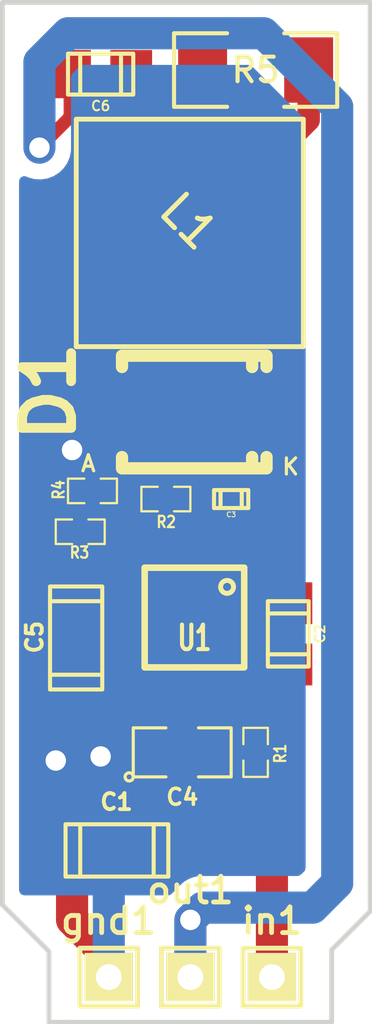
<source format=kicad_pcb>
(kicad_pcb (version 20221018) (generator pcbnew)
  (layers (0 "F.Cu" signal) (31 "B.Cu" signal) (34 "B.Paste" user) (35 "F.Paste" user) (36 "B.SilkS" user "B.Silkscreen") (37 "F.SilkS" user "F.Silkscreen") (38 "B.Mask" user) (39 "F.Mask" user) (44 "Edge.Cuts" user))
  (net 0 "")
  (net 1 "Net-(C1-Pad1)")
  (net 2 "GND")
  (net 3 "Net-(C3-Pad1)")
  (net 4 "Net-(C3-Pad2)")
  (net 5 "Net-(C4-Pad2)")
  (net 6 "Net-(C5-Pad1)")
  (net 7 "Net-(C5-Pad2)")
  (net 8 "Net-(C6-Pad2)")
  (net 9 "Net-(R1-Pad2)")
  (net 10 "Net-(R2-Pad1)")
  (footprint "Capacitors_SMD:c_1206" (layer "F.Cu") (at 153.416 135.509)
    (fp_text reference "C1" (at -0.016 -1.509) (layer "F.SilkS") (effects (font (size 0.50038 0.50038) (thickness 0.11938))))
    (fp_text value "Cin" hide)
    (fp_line (start -1.6002 -0.8128) (end -1.6002 0.8128) (stroke (width 0.127)) (layer "F.SilkS"))
    (fp_line (start -1.6002 0.8128) (end 1.6002 0.8128) (stroke (width 0.127)) (layer "F.SilkS"))
    (fp_line (start -1.143 -0.8128) (end -1.143 0.8128) (stroke (width 0.127)) (layer "F.SilkS"))
    (fp_line (start 1.143 0.8128) (end 1.143 -0.8128) (stroke (width 0.127)) (layer "F.SilkS"))
    (fp_line (start 1.6002 -0.8128) (end -1.6002 -0.8128) (stroke (width 0.127)) (layer "F.SilkS"))
    (fp_line (start 1.6002 0.8128) (end 1.6002 -0.8128) (stroke (width 0.127)) (layer "F.SilkS"))
    (pad "1" smd rect (at 1.397 0) (size 1.6002 1.8034) (layers "F.Cu" "F.Paste" "F.Mask") (net 1 "Net-(C1-Pad1)"))
    (pad "2" smd rect (at -1.397 0) (size 1.6002 1.8034) (layers "F.Cu" "F.Paste" "F.Mask") (net 2 "GND"))
  )
  (footprint "Capacitors_SMD:c_0805" (layer "F.Cu") (at 158.75 128.778 -90)
    (fp_text reference "C2" (at 0 -0.9906 270) (layer "F.SilkS") (effects (font (size 0.29972 0.29972) (thickness 0.06096))))
    (fp_text value "Cinx" hide)
    (fp_line (start -1.016 -0.635) (end 1.016 -0.635) (stroke (width 0.127)) (layer "F.SilkS"))
    (fp_line (start -1.016 0.635) (end -1.016 -0.635) (stroke (width 0.127)) (layer "F.SilkS"))
    (fp_line (start -0.635 -0.635) (end -0.635 0.6096) (stroke (width 0.127)) (layer "F.SilkS"))
    (fp_line (start 0.635 -0.635) (end 0.635 0.635) (stroke (width 0.127)) (layer "F.SilkS"))
    (fp_line (start 1.016 -0.635) (end 1.016 0.635) (stroke (width 0.127)) (layer "F.SilkS"))
    (fp_line (start 1.016 0.635) (end -1.016 0.635) (stroke (width 0.127)) (layer "F.SilkS"))
    (pad "1" smd rect (at 0.9525 0 270) (size 1.30048 1.4986) (layers "F.Cu" "F.Paste" "F.Mask") (net 1 "Net-(C1-Pad1)"))
    (pad "2" smd rect (at -0.9525 0 270) (size 1.30048 1.4986) (layers "F.Cu" "F.Paste" "F.Mask") (net 2 "GND"))
  )
  (footprint "Capacitors_SMD:c_0402" (layer "F.Cu") (at 156.972 124.587 180)
    (fp_text reference "C3" (at 0 -0.4826 180) (layer "F.SilkS") (effects (font (size 0.1524 0.1524) (thickness 0.03048))))
    (fp_text value "Cb" hide)
    (fp_line (start -0.5334 -0.2794) (end -0.5334 0.2794) (stroke (width 0.127)) (layer "F.SilkS"))
    (fp_line (start -0.5334 0.2794) (end 0.5334 0.2794) (stroke (width 0.127)) (layer "F.SilkS"))
    (fp_line (start -0.3302 -0.2794) (end -0.3302 0.2794) (stroke (width 0.127)) (layer "F.SilkS"))
    (fp_line (start 0.3302 -0.2794) (end 0.3302 0.2794) (stroke (width 0.127)) (layer "F.SilkS"))
    (fp_line (start 0.5334 -0.2794) (end -0.5334 -0.2794) (stroke (width 0.127)) (layer "F.SilkS"))
    (fp_line (start 0.5334 0.2794) (end 0.5334 -0.2794) (stroke (width 0.127)) (layer "F.SilkS"))
    (pad "1" smd rect (at 0.54864 0 180) (size 0.8001 0.6985) (layers "F.Cu" "F.Paste" "F.Mask") (net 3 "Net-(C3-Pad1)"))
    (pad "2" smd rect (at -0.54864 0 180) (size 0.8001 0.6985) (layers "F.Cu" "F.Paste" "F.Mask") (net 4 "Net-(C3-Pad2)"))
  )
  (footprint "Capacitors_SMD:c_1206" (layer "F.Cu") (at 152.146 128.905 90)
    (fp_text reference "C5" (at 0.0254 -1.2954 90) (layer "F.SilkS") (effects (font (size 0.50038 0.50038) (thickness 0.11938))))
    (fp_text value "Cff" hide)
    (fp_line (start -1.6002 -0.8128) (end -1.6002 0.8128) (stroke (width 0.127)) (layer "F.SilkS"))
    (fp_line (start -1.6002 0.8128) (end 1.6002 0.8128) (stroke (width 0.127)) (layer "F.SilkS"))
    (fp_line (start -1.143 -0.8128) (end -1.143 0.8128) (stroke (width 0.127)) (layer "F.SilkS"))
    (fp_line (start 1.143 0.8128) (end 1.143 -0.8128) (stroke (width 0.127)) (layer "F.SilkS"))
    (fp_line (start 1.6002 -0.8128) (end -1.6002 -0.8128) (stroke (width 0.127)) (layer "F.SilkS"))
    (fp_line (start 1.6002 0.8128) (end 1.6002 -0.8128) (stroke (width 0.127)) (layer "F.SilkS"))
    (pad "1" smd rect (at 1.397 0 90) (size 1.6002 1.8034) (layers "F.Cu" "F.Paste" "F.Mask") (net 6 "Net-(C5-Pad1)"))
    (pad "2" smd rect (at -1.397 0 90) (size 1.6002 1.8034) (layers "F.Cu" "F.Paste" "F.Mask") (net 7 "Net-(C5-Pad2)"))
  )
  (footprint "Capacitors_SMD:c_0805" (layer "F.Cu") (at 152.908 111.379 180)
    (fp_text reference "C6" (at 0 -0.9906 180) (layer "F.SilkS") (effects (font (size 0.29972 0.29972) (thickness 0.06096))))
    (fp_text value "Cout" hide)
    (fp_line (start -1.016 -0.635) (end 1.016 -0.635) (stroke (width 0.127)) (layer "F.SilkS"))
    (fp_line (start -1.016 0.635) (end -1.016 -0.635) (stroke (width 0.127)) (layer "F.SilkS"))
    (fp_line (start -0.635 -0.635) (end -0.635 0.6096) (stroke (width 0.127)) (layer "F.SilkS"))
    (fp_line (start 0.635 -0.635) (end 0.635 0.635) (stroke (width 0.127)) (layer "F.SilkS"))
    (fp_line (start 1.016 -0.635) (end 1.016 0.635) (stroke (width 0.127)) (layer "F.SilkS"))
    (fp_line (start 1.016 0.635) (end -1.016 0.635) (stroke (width 0.127)) (layer "F.SilkS"))
    (pad "1" smd rect (at 0.9525 0 180) (size 1.30048 1.4986) (layers "F.Cu" "F.Paste" "F.Mask") (net 6 "Net-(C5-Pad1)"))
    (pad "2" smd rect (at -0.9525 0 180) (size 1.30048 1.4986) (layers "F.Cu" "F.Paste" "F.Mask") (net 8 "Net-(C6-Pad2)"))
  )
  (footprint "Diodes_SMD:Diode-SMA_Standard" (layer "F.Cu") (at 155.82392 121.8819)
    (fp_text reference "D1" (at -4.52392 -0.6319 270) (layer "F.SilkS") (effects (font (size 1.524 1.524) (thickness 0.3048))))
    (fp_text value "DIODESCH" hide)
    (fp_text user "K" (at 2.99974 1.69926) (layer "F.SilkS") (effects (font (size 0.50038 0.50038) (thickness 0.09906))))
    (fp_text user "A" (at -3.29946 1.6002) (layer "F.SilkS") (effects (font (size 0.50038 0.50038) (thickness 0.09906))))
    (fp_line (start -2.25044 -1.75006) (end -2.25044 -1.39954) (stroke (width 0.381)) (layer "F.SilkS"))
    (fp_line (start -2.25044 -1.75006) (end 2.25044 -1.75006) (stroke (width 0.381)) (layer "F.SilkS"))
    (fp_line (start -2.25044 1.75006) (end -2.25044 1.39954) (stroke (width 0.381)) (layer "F.SilkS"))
    (fp_line (start -2.25044 1.75006) (end 2.25044 1.75006) (stroke (width 0.381)) (layer "F.SilkS"))
    (fp_line (start 1.80086 -1.75006) (end 1.80086 -1.39954) (stroke (width 0.381)) (layer "F.SilkS"))
    (fp_line (start 1.80086 1.75006) (end 1.80086 1.39954) (stroke (width 0.381)) (layer "F.SilkS"))
    (fp_line (start 2.25044 -1.75006) (end 2.25044 -1.39954) (stroke (width 0.381)) (layer "F.SilkS"))
    (fp_line (start 2.25044 1.75006) (end 2.25044 1.39954) (stroke (width 0.381)) (layer "F.SilkS"))
    (pad "1" smd rect (at -1.99898 0) (size 2.49936 1.80086) (layers "F.Cu" "F.Paste" "F.Mask") (net 2 "GND"))
    (pad "2" smd rect (at 1.99898 0) (size 2.49936 1.80086) (layers "F.Cu" "F.Paste" "F.Mask") (net 4 "Net-(C3-Pad2)"))
  )
  (footprint "SMD_Packages:SM0402" (layer "F.Cu") (at 154.94 124.587 180)
    (fp_text reference "R2" (at -0.01 -0.713 180) (layer "F.SilkS") (effects (font (size 0.35052 0.3048) (thickness 0.07112))))
    (fp_text value "Rilim" hide)
    (fp_line (start -0.762 -0.381) (end -0.762 0.381) (stroke (width 0.07112)) (layer "F.SilkS"))
    (fp_line (start -0.762 0.381) (end -0.254 0.381) (stroke (width 0.07112)) (layer "F.SilkS"))
    (fp_line (start -0.254 -0.381) (end -0.762 -0.381) (stroke (width 0.07112)) (layer "F.SilkS"))
    (fp_line (start 0.254 -0.381) (end 0.762 -0.381) (stroke (width 0.07112)) (layer "F.SilkS"))
    (fp_line (start 0.762 -0.381) (end 0.762 0.381) (stroke (width 0.07112)) (layer "F.SilkS"))
    (fp_line (start 0.762 0.381) (end 0.254 0.381) (stroke (width 0.07112)) (layer "F.SilkS"))
    (pad "1" smd rect (at -0.44958 0 180) (size 0.39878 0.59944) (layers "F.Cu" "F.Paste" "F.Mask") (net 10 "Net-(R2-Pad1)"))
    (pad "2" smd rect (at 0.44958 0 180) (size 0.39878 0.59944) (layers "F.Cu" "F.Paste" "F.Mask") (net 2 "GND"))
  )
  (footprint "SMD_Packages:SM0402" (layer "F.Cu") (at 152.273 125.603)
    (fp_text reference "R3" (at -0.023 0.647) (layer "F.SilkS") (effects (font (size 0.35052 0.3048) (thickness 0.07112))))
    (fp_text value "Rfbt" hide)
    (fp_line (start -0.762 -0.381) (end -0.762 0.381) (stroke (width 0.07112)) (layer "F.SilkS"))
    (fp_line (start -0.762 0.381) (end -0.254 0.381) (stroke (width 0.07112)) (layer "F.SilkS"))
    (fp_line (start -0.254 -0.381) (end -0.762 -0.381) (stroke (width 0.07112)) (layer "F.SilkS"))
    (fp_line (start 0.254 -0.381) (end 0.762 -0.381) (stroke (width 0.07112)) (layer "F.SilkS"))
    (fp_line (start 0.762 -0.381) (end 0.762 0.381) (stroke (width 0.07112)) (layer "F.SilkS"))
    (fp_line (start 0.762 0.381) (end 0.254 0.381) (stroke (width 0.07112)) (layer "F.SilkS"))
    (pad "1" smd rect (at -0.44958 0) (size 0.39878 0.59944) (layers "F.Cu" "F.Paste" "F.Mask") (net 6 "Net-(C5-Pad1)"))
    (pad "2" smd rect (at 0.44958 0) (size 0.39878 0.59944) (layers "F.Cu" "F.Paste" "F.Mask") (net 7 "Net-(C5-Pad2)"))
  )
  (footprint "SMD_Packages:SM0402" (layer "F.Cu") (at 152.654 124.333)
    (fp_text reference "R4" (at -1.054 -0.033 90) (layer "F.SilkS") (effects (font (size 0.35052 0.3048) (thickness 0.07112))))
    (fp_text value "Rfbb" hide)
    (fp_line (start -0.762 -0.381) (end -0.762 0.381) (stroke (width 0.07112)) (layer "F.SilkS"))
    (fp_line (start -0.762 0.381) (end -0.254 0.381) (stroke (width 0.07112)) (layer "F.SilkS"))
    (fp_line (start -0.254 -0.381) (end -0.762 -0.381) (stroke (width 0.07112)) (layer "F.SilkS"))
    (fp_line (start 0.254 -0.381) (end 0.762 -0.381) (stroke (width 0.07112)) (layer "F.SilkS"))
    (fp_line (start 0.762 -0.381) (end 0.762 0.381) (stroke (width 0.07112)) (layer "F.SilkS"))
    (fp_line (start 0.762 0.381) (end 0.254 0.381) (stroke (width 0.07112)) (layer "F.SilkS"))
    (pad "1" smd rect (at -0.44958 0) (size 0.39878 0.59944) (layers "F.Cu" "F.Paste" "F.Mask") (net 7 "Net-(C5-Pad2)"))
    (pad "2" smd rect (at 0.44958 0) (size 0.39878 0.59944) (layers "F.Cu" "F.Paste" "F.Mask") (net 2 "GND"))
  )
  (footprint "SMD_Packages:SM1206" (layer "F.Cu") (at 157.734 111.252)
    (fp_text reference "R5" (at 0 0) (layer "F.SilkS") (effects (font (size 0.762 0.762) (thickness 0.127))))
    (fp_text value "Rseries" hide)
    (fp_line (start -2.54 -1.143) (end -2.54 1.143) (stroke (width 0.127)) (layer "F.SilkS"))
    (fp_line (start -2.54 1.143) (end -0.889 1.143) (stroke (width 0.127)) (layer "F.SilkS"))
    (fp_line (start -0.889 -1.143) (end -2.54 -1.143) (stroke (width 0.127)) (layer "F.SilkS"))
    (fp_line (start 0.889 -1.143) (end 2.54 -1.143) (stroke (width 0.127)) (layer "F.SilkS"))
    (fp_line (start 2.54 -1.143) (end 2.54 1.143) (stroke (width 0.127)) (layer "F.SilkS"))
    (fp_line (start 2.54 1.143) (end 0.889 1.143) (stroke (width 0.127)) (layer "F.SilkS"))
    (pad "1" smd rect (at -1.651 0) (size 1.524 2.032) (layers "F.Cu" "F.Paste" "F.Mask") (net 8 "Net-(C6-Pad2)"))
    (pad "2" smd rect (at 1.651 0) (size 1.524 2.032) (layers "F.Cu" "F.Paste" "F.Mask") (net 2 "GND"))
  )
  (footprint "SMD_Packages:SSOP8-9" (layer "F.Cu") (at 155.829 128.27 180)
    (fp_text reference "U1" (at 0 -0.635 180) (layer "F.SilkS") (effects (font (size 0.762 0.508) (thickness 0.1524))))
    (fp_text value "L5009" hide)
    (fp_line (start -1.5494 -1.5494) (end -1.5494 1.5494) (stroke (width 0.2032)) (layer "F.SilkS"))
    (fp_line (start -1.5494 1.5494) (end 1.5494 1.5494) (stroke (width 0.2032)) (layer "F.SilkS"))
    (fp_line (start 0 -1.5494) (end -1.5494 -1.5494) (stroke (width 0.2032)) (layer "F.SilkS"))
    (fp_line (start 1.5494 -1.5494) (end 0 -1.5494) (stroke (width 0.2032)) (layer "F.SilkS"))
    (fp_line (start 1.5494 1.5494) (end 1.5494 -1.5494) (stroke (width 0.2032)) (layer "F.SilkS"))
    (fp_circle (center -1.016 0.9525) (end -1.0795 1.143) (stroke (width 0.1524)) (fill none) (layer "F.SilkS"))
    (pad "1" smd rect (at -0.98044 1.99898 180) (size 0.4191 1.1684) (layers "F.Cu" "F.Paste" "F.Mask") (net 4 "Net-(C3-Pad2)"))
    (pad "2" smd rect (at -0.3302 1.99898 180) (size 0.4191 1.1684) (layers "F.Cu" "F.Paste" "F.Mask") (net 3 "Net-(C3-Pad1)"))
    (pad "3" smd rect (at 0.3302 1.99898 180) (size 0.4191 1.1684) (layers "F.Cu" "F.Paste" "F.Mask") (net 10 "Net-(R2-Pad1)"))
    (pad "4" smd rect (at 0.98044 1.99898 180) (size 0.4191 1.1684) (layers "F.Cu" "F.Paste" "F.Mask") (net 2 "GND"))
    (pad "5" smd rect (at 0.98044 -1.99898 180) (size 0.4191 1.1684) (layers "F.Cu" "F.Paste" "F.Mask") (net 7 "Net-(C5-Pad2)"))
    (pad "6" smd rect (at 0.3302 -1.99898 180) (size 0.4191 1.1684) (layers "F.Cu" "F.Paste" "F.Mask") (net 9 "Net-(R1-Pad2)"))
    (pad "7" smd rect (at -0.3302 -1.99898 180) (size 0.4191 1.1684) (layers "F.Cu" "F.Paste" "F.Mask") (net 5 "Net-(C4-Pad2)"))
    (pad "8" smd rect (at -0.98044 -1.99898 180) (size 0.4191 1.1684) (layers "F.Cu" "F.Paste" "F.Mask") (net 1 "Net-(C1-Pad1)"))
    (pad "9" smd rect (at 0 0 180) (size 2.794 2.0828) (layers "F.Cu" "F.Paste" "F.Mask") (net 2 "GND"))
  )
  (footprint "SMD_Packages:SM0805" (layer "F.Cu") (at 155.448 132.461)
    (fp_text reference "C4" (at 0.002 1.389) (layer "F.SilkS") (effects (font (size 0.50038 0.50038) (thickness 0.10922))))
    (fp_text value "Cbyb" hide)
    (fp_line (start -1.524 -0.762) (end -0.508 -0.762) (stroke (width 0.09906)) (layer "F.SilkS"))
    (fp_line (start -1.524 0.762) (end -1.524 -0.762) (stroke (width 0.09906)) (layer "F.SilkS"))
    (fp_line (start -0.508 0.762) (end -1.524 0.762) (stroke (width 0.09906)) (layer "F.SilkS"))
    (fp_line (start 0.508 -0.762) (end 1.524 -0.762) (stroke (width 0.09906)) (layer "F.SilkS"))
    (fp_line (start 1.524 -0.762) (end 1.524 0.762) (stroke (width 0.09906)) (layer "F.SilkS"))
    (fp_line (start 1.524 0.762) (end 0.508 0.762) (stroke (width 0.09906)) (layer "F.SilkS"))
    (fp_circle (center -1.651 0.762) (end -1.651 0.635) (stroke (width 0.09906)) (fill none) (layer "F.SilkS"))
    (pad "1" smd rect (at -0.9525 0) (size 0.889 1.397) (layers "F.Cu" "F.Paste" "F.Mask") (net 2 "GND"))
    (pad "2" smd rect (at 0.9525 0) (size 0.889 1.397) (layers "F.Cu" "F.Paste" "F.Mask") (net 5 "Net-(C4-Pad2)"))
  )
  (footprint "SMD_Packages:SM0402" (layer "F.Cu") (at 157.734 132.461 -90)
    (fp_text reference "R1" (at 0.039 -0.766 270) (layer "F.SilkS") (effects (font (size 0.35052 0.3048) (thickness 0.07112))))
    (fp_text value "Ron" hide)
    (fp_line (start -0.762 -0.381) (end -0.762 0.381) (stroke (width 0.07112)) (layer "F.SilkS"))
    (fp_line (start -0.762 0.381) (end -0.254 0.381) (stroke (width 0.07112)) (layer "F.SilkS"))
    (fp_line (start -0.254 -0.381) (end -0.762 -0.381) (stroke (width 0.07112)) (layer "F.SilkS"))
    (fp_line (start 0.254 -0.381) (end 0.762 -0.381) (stroke (width 0.07112)) (layer "F.SilkS"))
    (fp_line (start 0.762 -0.381) (end 0.762 0.381) (stroke (width 0.07112)) (layer "F.SilkS"))
    (fp_line (start 0.762 0.381) (end 0.254 0.381) (stroke (width 0.07112)) (layer "F.SilkS"))
    (pad "1" smd rect (at -0.44958 0 270) (size 0.39878 0.59944) (layers "F.Cu" "F.Paste" "F.Mask") (net 1 "Net-(C1-Pad1)"))
    (pad "2" smd rect (at 0.44958 0 270) (size 0.39878 0.59944) (layers "F.Cu" "F.Paste" "F.Mask") (net 9 "Net-(R1-Pad2)"))
  )
  (footprint "Connect:SIL-1" (layer "F.Cu") (at 153.162 139.446 90)
    (fp_text reference "gnd1" (at 1.746 -0.012 180) (layer "F.SilkS") (effects (font (size 0.8 0.8))))
    (fp_text value "CONN_1" hide)
    (fp_line (start -0.9 -0.9) (end 0.9 -0.9) (stroke (width 0.15)) (layer "F.SilkS"))
    (fp_line (start -0.9 0.9) (end -0.9 -0.9) (stroke (width 0.15)) (layer "F.SilkS"))
    (fp_line (start 0.9 -0.9) (end 0.9 0.9) (stroke (width 0.15)) (layer "F.SilkS"))
    (fp_line (start 0.9 0.9) (end -0.9 0.9) (stroke (width 0.15)) (layer "F.SilkS"))
    (pad "1" thru_hole rect (at 0 0 90) (size 1.5 1.5) (drill 0.8) (layers "*.Cu" "*.Mask" "F.SilkS") (net 2 "GND"))
  )
  (footprint "Connect:SIL-1" (layer "F.Cu") (at 158.242 139.446 90)
    (fp_text reference "in1" (at 1.746 0.008 180) (layer "F.SilkS") (effects (font (size 0.8 0.8))))
    (fp_text value "CONN_1" hide)
    (fp_line (start -0.9 -0.9) (end 0.9 -0.9) (stroke (width 0.15)) (layer "F.SilkS"))
    (fp_line (start -0.9 0.9) (end -0.9 -0.9) (stroke (width 0.15)) (layer "F.SilkS"))
    (fp_line (start 0.9 -0.9) (end 0.9 0.9) (stroke (width 0.15)) (layer "F.SilkS"))
    (fp_line (start 0.9 0.9) (end -0.9 0.9) (stroke (width 0.15)) (layer "F.SilkS"))
    (pad "1" thru_hole rect (at 0 0 90) (size 1.5 1.5) (drill 0.8) (layers "*.Cu" "*.Mask" "F.SilkS") (net 1 "Net-(C1-Pad1)"))
  )
  (footprint "Connect:SIL-1" (layer "F.Cu") (at 155.702 139.446 90)
    (fp_text reference "out1" (at 2.696 -0.002 180) (layer "F.SilkS") (effects (font (size 0.8 0.8))))
    (fp_text value "CONN_1" hide)
    (fp_line (start -0.9 -0.9) (end 0.9 -0.9) (stroke (width 0.15)) (layer "F.SilkS"))
    (fp_line (start -0.9 0.9) (end -0.9 -0.9) (stroke (width 0.15)) (layer "F.SilkS"))
    (fp_line (start 0.9 -0.9) (end 0.9 0.9) (stroke (width 0.15)) (layer "F.SilkS"))
    (fp_line (start 0.9 0.9) (end -0.9 0.9) (stroke (width 0.15)) (layer "F.SilkS"))
    (pad "1" thru_hole rect (at 0 0 90) (size 1.5 1.5) (drill 0.8) (layers "*.Cu" "*.Mask" "F.SilkS") (net 6 "Net-(C5-Pad1)"))
  )
  (footprint "toni:SRR7032_Series" (layer "F.Cu") (at 157.099 117.729 135)
    (fp_text reference "L1" (at 2.282541 0.233345 135) (layer "F.SilkS"))
    (fp_text value "INDUCTOR_SMALL" hide)
    (fp_line (start -3 0) (end 2 5) (stroke (width 0.15)) (layer "F.SilkS"))
    (fp_line (start 2 -5) (end -3 0) (stroke (width 0.15)) (layer "F.SilkS"))
    (fp_line (start 2 5) (end 7 0) (stroke (width 0.15)) (layer "F.SilkS"))
    (fp_line (start 7 0) (end 2 -5) (stroke (width 0.15)) (layer "F.SilkS"))
    (pad "1" smd rect (at -0.9 0 135) (size 1.8 2.4) (layers "F.Cu" "F.Paste" "F.Mask") (net 4 "Net-(C3-Pad2)"))
    (pad "2" smd rect (at 5.1 0 135) (size 1.8 2.4) (layers "F.Cu" "F.Paste" "F.Mask") (net 6 "Net-(C5-Pad1)"))
  )
  (gr_line (start 149.85 109.15) (end 161.3 109.15) (stroke (width 0.15)) (layer "Edge.Cuts"))
  (gr_line (start 149.85 137.2) (end 149.85 109.15) (stroke (width 0.15)) (layer "Edge.Cuts"))
  (gr_line (start 161.3 137.4) (end 160.1 138.6) (stroke (width 0.15)) (layer "Edge.Cuts"))
  (gr_line (start 161.3 109.15) (end 161.3 137.4) (stroke (width 0.15)) (layer "Edge.Cuts"))
  (gr_line (start 160.1 138.6) (end 160.1 140.85) (stroke (width 0.15)) (layer "Edge.Cuts"))
  (gr_line (start 151.85 140.85) (end 151.3 140.85) (stroke (width 0.15)) (layer "Edge.Cuts"))
  (gr_line (start 160.1 140.85) (end 151.85 140.85) (stroke (width 0.15)) (layer "Edge.Cuts"))
  (gr_line (start 151.3 140.85) (end 151.3 138.65) (stroke (width 0.15)) (layer "Edge.Cuts"))
  (gr_line (start 151.3 138.65) (end 149.85 137.2) (stroke (width 0.15)) (layer "Edge.Cuts"))
  (segment (start 156.78658 130.29184) (end 156.80944 130.26898) (width 0.254) (layer "F.Cu") (net 1))
  (segment (start 157.734 131.19354) (end 156.80944 130.26898) (width 0.35) (layer "F.Cu") (net 1))
  (segment (start 157.988 135.255) (end 158.623 134.62) (width 1) (layer "F.Cu") (net 1))
  (segment (start 158.21152 130.26898) (end 158.75 129.7305) (width 0.254) (layer "F.Cu") (net 1))
  (segment (start 157.734 135.509) (end 157.988 135.255) (width 0.254) (layer "F.Cu") (net 1))
  (segment (start 158.242 136.017) (end 157.734 135.509) (width 1) (layer "F.Cu") (net 1))
  (segment (start 158.55442 132.01142) (end 159.004 132.461) (width 0.45) (layer "F.Cu") (net 1))
  (segment (start 159.004 132.461) (end 159.004 134.239) (width 0.45) (layer "F.Cu") (net 1))
  (segment (start 159.004 134.239) (end 158.623 134.62) (width 0.45) (layer "F.Cu") (net 1))
  (segment (start 158.242 139.446) (end 158.242 136.017) (width 1) (layer "F.Cu") (net 1))
  (segment (start 154.813 135.509) (end 157.734 135.509) (width 1) (layer "F.Cu") (net 1))
  (segment (start 157.734 132.01142) (end 157.734 131.19354) (width 0.35) (layer "F.Cu") (net 1))
  (segment (start 157.734 132.01142) (end 158.55442 132.01142) (width 0.4) (layer "F.Cu") (net 1))
  (segment (start 156.80944 130.26898) (end 158.21152 130.26898) (width 0.35) (layer "F.Cu") (net 1))
  (segment (start 154.84856 125.76556) (end 154.49042 125.40742) (width 0.35) (layer "F.Cu") (net 2))
  (segment (start 154.49042 125.40742) (end 154.49042 124.587) (width 0.35) (layer "F.Cu") (net 2))
  (segment (start 154.49042 122.3264) (end 153.83002 121.666) (width 0.254) (layer "F.Cu") (net 2))
  (segment (start 156.2735 127.8255) (end 155.829 128.27) (width 0.254) (layer "F.Cu") (net 2))
  (segment (start 154.84856 127.28956) (end 155.829 128.27) (width 0.254) (layer "F.Cu") (net 2))
  (segment (start 153.035 132.461) (end 152.908 132.588) (width 0.254) (layer "F.Cu") (net 2))
  (segment (start 151.638 132.588) (end 151.511 132.715) (width 0.254) (layer "F.Cu") (net 2))
  (segment (start 154.23642 124.333) (end 154.49042 124.587) (width 0.35) (layer "F.Cu") (net 2))
  (segment (start 152.019 133.223) (end 151.511 132.715) (width 0.254) (layer "F.Cu") (net 2))
  (segment (start 152.273 133.223) (end 152.908 132.588) (width 1) (layer "F.Cu") (net 2))
  (segment (start 153.162 138.811) (end 152.019 137.668) (width 1) (layer "F.Cu") (net 2))
  (segment (start 152.019 137.668) (end 152.019 135.509) (width 1) (layer "F.Cu") (net 2))
  (segment (start 152.64384 123.063) (end 153.82494 121.8819) (width 0.45) (layer "F.Cu") (net 2))
  (segment (start 154.49042 122.54738) (end 153.82494 121.8819) (width 0.45) (layer "F.Cu") (net 2))
  (segment (start 153.82494 118.36908) (end 159.385 112.80902) (width 0.7) (layer "F.Cu") (net 2))
  (segment (start 159.385 112.80902) (end 159.385 111.252) (width 0.7) (layer "F.Cu") (net 2))
  (segment (start 153.10358 124.333) (end 154.23642 124.333) (width 0.35) (layer "F.Cu") (net 2))
  (segment (start 158.75 127.8255) (end 156.2735 127.8255) (width 1) (layer "F.Cu") (net 2))
  (segment (start 159.385 111.252) (end 159.385 111.633) (width 0.254) (layer "F.Cu") (net 2))
  (segment (start 152.019 135.509) (end 152.019 133.223) (width 1) (layer "F.Cu") (net 2))
  (segment (start 152.019 123.063) (end 152.64384 123.063) (width 0.45) (layer "F.Cu") (net 2))
  (segment (start 152.908 132.588) (end 151.638 132.588) (width 1) (layer "F.Cu") (net 2))
  (segment (start 153.83002 121.666) (end 153.416 121.666) (width 0.254) (layer "F.Cu") (net 2))
  (segment (start 153.82494 121.8819) (end 153.82494 118.36908) (width 0.7) (layer "F.Cu") (net 2))
  (segment (start 153.035 132.461) (end 154.4955 132.461) (width 0.4) (layer "F.Cu") (net 2))
  (segment (start 154.84856 126.27102) (end 154.84856 125.76556) (width 0.254) (layer "F.Cu") (net 2))
  (segment (start 153.162 139.446) (end 153.162 138.811) (width 1) (layer "F.Cu") (net 2))
  (segment (start 154.559 132.26542) (end 154.559 131.826) (width 0.254) (layer "F.Cu") (net 2))
  (segment (start 152.019 133.223) (end 152.273 133.223) (width 0.254) (layer "F.Cu") (net 2))
  (segment (start 154.84856 126.27102) (end 154.84856 127.28956) (width 0.35) (layer "F.Cu") (net 2))
  (segment (start 154.49042 124.587) (end 154.49042 122.54738) (width 0.45) (layer "F.Cu") (net 2))
  (via (at 152.908 132.588) (size 0.889) (drill 0.635) (layers "F.Cu" "B.Cu") (net 2))
  (via (at 151.511 132.715) (size 0.889) (drill 0.635) (layers "F.Cu" "B.Cu") (net 2))
  (via (at 152.019 123.063) (size 0.889) (drill 0.635) (layers "F.Cu" "B.Cu") (net 2))
  (segment (start 153.162 132.842) (end 152.908 132.588) (width 1) (layer "B.Cu") (net 2))
  (segment (start 153.162 139.446) (end 153.162 132.842) (width 1) (layer "B.Cu") (net 2))
  (segment (start 156.1592 124.85116) (end 156.42336 124.587) (width 0.254) (layer "F.Cu") (net 3))
  (segment (start 156.1592 126.27102) (end 156.1592 124.85116) (width 0.35) (layer "F.Cu") (net 3))
  (segment (start 156.80944 126.01956) (end 157.52064 125.30836) (width 0.35) (layer "F.Cu") (net 4))
  (segment (start 157.52064 125.30836) (end 157.52064 124.587) (width 0.35) (layer "F.Cu") (net 4))
  (segment (start 157.52064 121.97334) (end 157.82798 121.666) (width 0.254) (layer "F.Cu") (net 4))
  (segment (start 157.735396 121.573416) (end 157.82798 121.666) (width 0.45) (layer "F.Cu") (net 4))
  (segment (start 157.52064 122.18416) (end 157.8229 121.8819) (width 0.45) (layer "F.Cu") (net 4))
  (segment (start 157.735396 121.794396) (end 157.8229 121.8819) (width 0.45) (layer "F.Cu") (net 4))
  (segment (start 157.735396 118.365396) (end 157.735396 121.794396) (width 0.7) (layer "F.Cu") (net 4))
  (segment (start 156.80944 126.27102) (end 156.80944 126.01956) (width 0.254) (layer "F.Cu") (net 4))
  (segment (start 157.52064 124.587) (end 157.52064 122.18416) (width 0.45) (layer "F.Cu") (net 4))
  (segment (start 156.4005 131.7625) (end 156.1592 131.5212) (width 0.35) (layer "F.Cu") (net 5))
  (segment (start 156.1592 131.5212) (end 156.1592 130.26898) (width 0.35) (layer "F.Cu") (net 5))
  (segment (start 156.4005 132.461) (end 156.4005 131.7625) (width 0.35) (layer "F.Cu") (net 5))
  (segment (start 152.146 127.254) (end 151.82342 126.93142) (width 0.254) (layer "F.Cu") (net 6))
  (segment (start 151.82342 126.93142) (end 151.82342 125.603) (width 0.35) (layer "F.Cu") (net 6))
  (segment (start 151.003 113.665) (end 151.9555 112.7125) (width 0.4) (layer "F.Cu") (net 6))
  (segment (start 151.9555 112.7125) (end 151.9555 111.379) (width 0.4) (layer "F.Cu") (net 6))
  (segment (start 151.511 125.603) (end 150.876 124.968) (width 0.4) (layer "F.Cu") (net 6))
  (segment (start 150.876 124.968) (end 150.876 117.475) (width 0.4) (layer "F.Cu") (net 6))
  (segment (start 150.876 116.73951) (end 153.492755 114.122755) (width 0.45) (layer "F.Cu") (net 6))
  (segment (start 152.0825 112.7125) (end 153.492755 114.122755) (width 0.45) (layer "F.Cu") (net 6))
  (segment (start 151.82342 125.603) (end 151.511 125.603) (width 0.4) (layer "F.Cu") (net 6))
  (segment (start 151.9555 111.379) (end 151.9555 111.9505) (width 0.254) (layer "F.Cu") (net 6))
  (segment (start 152.146 127.508) (end 152.146 126.873) (width 0.254) (layer "F.Cu") (net 6))
  (segment (start 155.702 139.446) (end 155.702 137.668) (width 1) (layer "F.Cu") (net 6))
  (segment (start 152.146 127.508) (end 152.146 127.254) (width 0.254) (layer "F.Cu") (net 6))
  (segment (start 151.9555 112.7125) (end 152.0825 112.7125) (width 0.45) (layer "F.Cu") (net 6))
  (segment (start 150.876 117.475) (end 150.876 116.73951) (width 0.45) (layer "F.Cu") (net 6))
  (via (at 151.003 113.665) (size 0.889) (drill 0.635) (layers "F.Cu" "B.Cu") (net 6))
  (via (at 155.702 137.668) (size 0.889) (drill 0.635) (layers "F.Cu" "B.Cu") (net 6))
  (segment (start 155.702 137.668) (end 156.083 137.287) (width 1) (layer "B.Cu") (net 6))
  (segment (start 156.083 137.287) (end 159.512 137.287) (width 1) (layer "B.Cu") (net 6))
  (segment (start 159.512 137.287) (end 160.274 136.525) (width 1) (layer "B.Cu") (net 6))
  (segment (start 160.274 136.525) (end 160.274 112.395) (width 1) (layer "B.Cu") (net 6))
  (segment (start 160.274 112.395) (end 157.988 110.109) (width 1) (layer "B.Cu") (net 6))
  (segment (start 157.988 110.109) (end 151.892 110.109) (width 1) (layer "B.Cu") (net 6))
  (segment (start 151.892 110.109) (end 151.003 110.998) (width 1) (layer "B.Cu") (net 6))
  (segment (start 151.003 110.998) (end 151.003 113.665) (width 1) (layer "B.Cu") (net 6))
  (segment (start 155.702 139.446) (end 155.702 137.668) (width 1) (layer "B.Cu") (net 6))
  (segment (start 152.17902 130.26898) (end 152.146 130.302) (width 0.254) (layer "F.Cu") (net 7))
  (segment (start 152.273 130.302) (end 153.543 129.032) (width 0.35) (layer "F.Cu") (net 7))
  (segment (start 153.543 129.032) (end 153.543 125.984) (width 0.35) (layer "F.Cu") (net 7))
  (segment (start 153.543 125.984) (end 153.162 125.603) (width 0.35) (layer "F.Cu") (net 7))
  (segment (start 153.162 125.603) (end 152.72258 125.603) (width 0.35) (layer "F.Cu") (net 7))
  (segment (start 152.72258 125.16358) (end 152.20442 124.64542) (width 0.254) (layer "F.Cu") (net 7))
  (segment (start 152.20442 124.64542) (end 152.20442 124.333) (width 0.254) (layer "F.Cu") (net 7))
  (segment (start 152.72258 125.603) (end 152.72258 125.16358) (width 0.254) (layer "F.Cu") (net 7))
  (segment (start 152.146 130.302) (end 152.273 130.302) (width 0.254) (layer "F.Cu") (net 7))
  (segment (start 154.84856 130.26898) (end 152.17902 130.26898) (width 0.35) (layer "F.Cu") (net 7))
  (segment (start 155.956 111.379) (end 156.083 111.252) (width 0.254) (layer "F.Cu") (net 8))
  (segment (start 153.8605 111.379) (end 155.956 111.379) (width 0.35) (layer "F.Cu") (net 8))
  (segment (start 155.4988 133.7818) (end 155.702 133.985) (width 0.4) (layer "F.Cu") (net 9))
  (segment (start 155.702 133.985) (end 157.353 133.985) (width 0.4) (layer "F.Cu") (net 9))
  (segment (start 157.353 133.985) (end 157.734 133.604) (width 0.4) (layer "F.Cu") (net 9))
  (segment (start 157.734 133.604) (end 157.734 132.91058) (width 0.4) (layer "F.Cu") (net 9))
  (segment (start 155.4988 130.26898) (end 155.4988 133.7818) (width 0.35) (layer "F.Cu") (net 9))
  (segment (start 155.4988 124.69622) (end 155.38958 124.587) (width 0.254) (layer "F.Cu") (net 10))
  (segment (start 155.4988 126.27102) (end 155.4988 124.69622) (width 0.35) (layer "F.Cu") (net 10))
  (zone (net 2) (net_name "GND") (layer "B.Cu") (connect_pads (clearance 0.4826)) (min_thickness 0.3302) (fill yes (thermal_gap 0.4826) (thermal_bridge_width 0.6858))
    (polygon (pts (xy 160.655 109.601) (xy 160.655 136.906) (xy 150.368 136.906) (xy 150.368 109.601)))
  )
)
</source>
